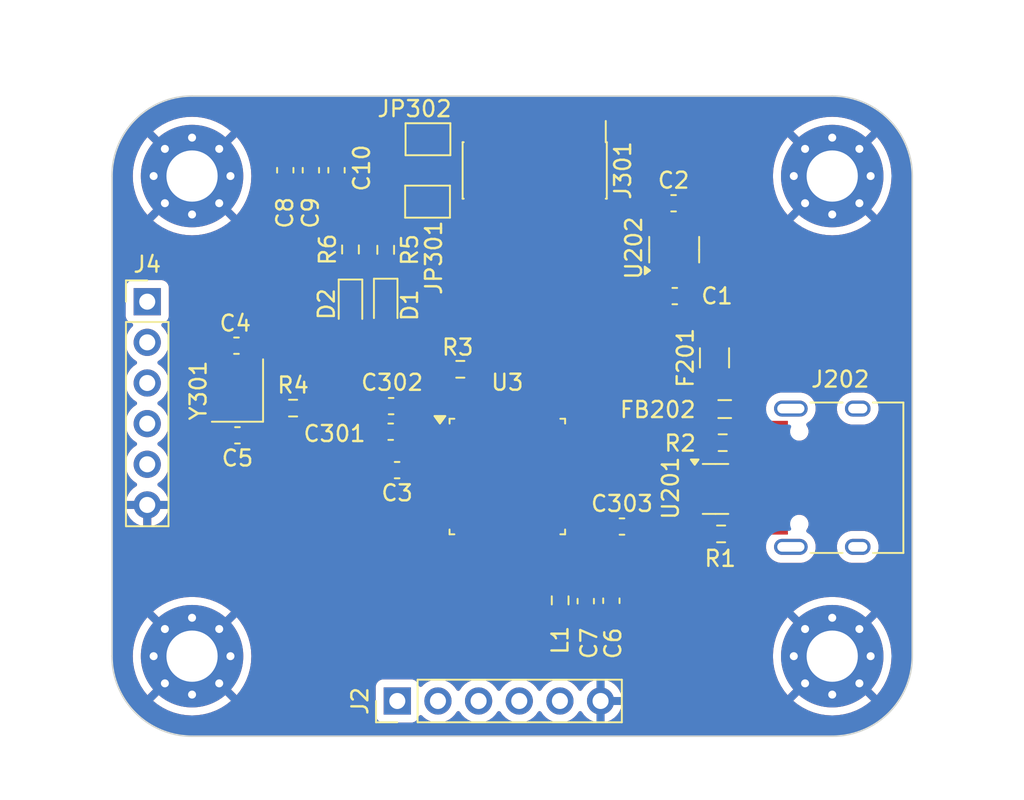
<source format=kicad_pcb>
(kicad_pcb (version 20240108) (generator "pcbnew") (generator_version "8.0")
  (title_block (title "tutu_usb-c") (date "2024-09-18") (rev "kicad 7.0") (company "ENSEA"))
  (layers (0 "F.Cu" signal) (1 "In1.Cu" signal) (2 "In2.Cu" signal) (31 "B.Cu" signal) (34 "B.Paste" user) (35 "F.Paste" user) (36 "B.SilkS" user "B.Silkscreen") (37 "F.SilkS" user "F.Silkscreen") (38 "B.Mask" user) (39 "F.Mask" user) (44 "Edge.Cuts" user))
  (net 0 "")
  (net 1 "+3.3V")
  (net 2 "GND")
  (net 3 "NRST")
  (net 4 "Net-(U3-PFO-OSC_IN)")
  (net 5 "Net-(C5-Pad1)")
  (net 6 "+3.3VA")
  (net 7 "Net-(D1-K)")
  (net 8 "Net-(D2-K)")
  (net 9 "STATUS_LED")
  (net 10 "Net-(F201-Pad1)")
  (net 11 "+5V")
  (net 12 "VBUS")
  (net 13 "CC1")
  (net 14 "D+")
  (net 15 "D-")
  (net 17 "CC2")
  (net 20 "PA4")
  (net 21 "PA5")
  (net 22 "PA6")
  (net 23 "PA7")
  (net 24 "PA0")
  (net 25 "Net-(J301-VCP_TX)")
  (net 26 "VCP_TX")
  (net 27 "VCP_RX")
  (net 28 "Net-(J301-VCP_RX)")
  (net 29 "Net-(U3-PB8-BOOT)")
  (net 30 "Net-(U3-PFO-OSC_OUT)")
  (net 31 "STM_D+")
  (net 32 "STM_D-")
  (net 34 "PA1")
  (net 35 "PA2")
  (net 36 "PA3")
  (net 39 "SWDIO")
  (net 40 "SWCLK")
  (net 42 "SWO")
  (footprint "Capacitor_SMD:C_0603_1608Metric_Pad1.08x0.95mm_HandSolder" (layer "F.Cu") (at 107.425 49.6375 90)
    (property "Reference" "C9" (at -2.6625 -0.025 90) (layer "F.SilkS"))
    (property "Value" "100nF")
    (fp_line (start -0.146267 -0.51) (end 0.146267 -0.51) (stroke (width 0.12)) (layer "F.SilkS"))
    (fp_line (start -0.146267 0.51) (end 0.146267 0.51) (stroke (width 0.12)) (layer "F.SilkS"))
    (pad "1" smd roundrect (at -0.8625 0 90) (size 1.075 0.95) (layers "F.Cu" "F.Paste" "F.Mask") (net 1 "+3.3V"))
    (pad "2" smd roundrect (at 0.8625 0 90) (size 1.075 0.95) (layers "F.Cu" "F.Paste" "F.Mask") (net 2 "GND"))
  )
  (footprint "Resistor_SMD:R_0603_1608Metric_Pad0.98x0.95mm_HandSolder" (layer "F.Cu") (at 133.1575 66.66 180)
    (property "Reference" "R2" (at 2.6575 -0.04 360) (layer "F.SilkS"))
    (property "Value" "5.1k")
    (fp_line (start -0.254724 0.5225) (end 0.254724 0.5225) (stroke (width 0.12)) (layer "F.SilkS"))
    (fp_line (start -0.254724 -0.5225) (end 0.254724 -0.5225) (stroke (width 0.12)) (layer "F.SilkS"))
    (pad "1" smd roundrect (at -0.9125 0 180) (size 0.975 0.95) (layers "F.Cu" "F.Paste" "F.Mask") (net 17 "CC2"))
    (pad "2" smd roundrect (at 0.9125 0 180) (size 0.975 0.95) (layers "F.Cu" "F.Paste" "F.Mask") (net 2 "GND"))
  )
  (footprint "MountingHole:MountingHole_3.2mm_M3_Pad_Via" (layer "F.Cu") (at 100 50)
    (property "Reference" "H101" (hide yes))
    (property "Value" "MountingHole_Pad" (hide yes))
    (pad "1" thru_hole circle (at -2.4 0) (size 0.8 0.8) (drill 0.5) (layers "*.Cu" "*.Mask") (net 2 "GND"))
    (pad "1" thru_hole circle (at -1.697056 -1.697056) (size 0.8 0.8) (drill 0.5) (layers "*.Cu" "*.Mask") (net 2 "GND"))
    (pad "1" thru_hole circle (at -1.697056 1.697056) (size 0.8 0.8) (drill 0.5) (layers "*.Cu" "*.Mask") (net 2 "GND"))
    (pad "1" thru_hole circle (at 0 -2.4) (size 0.8 0.8) (drill 0.5) (layers "*.Cu" "*.Mask") (net 2 "GND"))
    (pad "1" thru_hole circle (at 0 0) (size 6.4 6.4) (drill 3.2) (layers "*.Cu" "*.Mask") (net 2 "GND"))
    (pad "1" thru_hole circle (at 0 2.4) (size 0.8 0.8) (drill 0.5) (layers "*.Cu" "*.Mask") (net 2 "GND"))
    (pad "1" thru_hole circle (at 1.697056 -1.697056) (size 0.8 0.8) (drill 0.5) (layers "*.Cu" "*.Mask") (net 2 "GND"))
    (pad "1" thru_hole circle (at 1.697056 1.697056) (size 0.8 0.8) (drill 0.5) (layers "*.Cu" "*.Mask") (net 2 "GND"))
    (pad "1" thru_hole circle (at 2.4 0) (size 0.8 0.8) (drill 0.5) (layers "*.Cu" "*.Mask") (net 2 "GND"))
  )
  (footprint "Package_QFP:LQFP-32_7x7mm_P0.8mm" (layer "F.Cu") (at 119.7 68.775)
    (property "Reference" "U3" (at 0 -5.88 360) (layer "F.SilkS"))
    (property "Value" "STM32G431KBT6")
    (fp_line (start -3.61 -3.61) (end -3.61 -3.31) (stroke (width 0.12)) (layer "F.SilkS"))
    (fp_line (start -3.61 3.61) (end -3.61 3.31) (stroke (width 0.12)) (layer "F.SilkS"))
    (fp_line (start -3.31 -3.61) (end -3.61 -3.61) (stroke (width 0.12)) (layer "F.SilkS"))
    (fp_line (start -3.31 3.61) (end -3.61 3.61) (stroke (width 0.12)) (layer "F.SilkS"))
    (fp_line (start 3.31 -3.61) (end 3.61 -3.61) (stroke (width 0.12)) (layer "F.SilkS"))
    (fp_line (start 3.31 3.61) (end 3.61 3.61) (stroke (width 0.12)) (layer "F.SilkS"))
    (fp_line (start 3.61 -3.61) (end 3.61 -3.31) (stroke (width 0.12)) (layer "F.SilkS"))
    (fp_line (start 3.61 3.61) (end 3.61 3.31) (stroke (width 0.12)) (layer "F.SilkS"))
    (fp_poly (pts (xy -4.2125 -3.31) (xy -4.5525 -3.78) (xy -3.8725 -3.78) (xy -4.2125 -3.31)) (stroke (width 0.12)) (fill solid) (layer "F.SilkS"))
    (pad "1" smd roundrect (at -4.175 -2.8) (size 1.5 0.5) (layers "F.Cu" "F.Paste" "F.Mask") (net 1 "+3.3V"))
    (pad "2" smd roundrect (at -4.175 -2) (size 1.5 0.5) (layers "F.Cu" "F.Paste" "F.Mask") (net 4 "Net-(U3-PFO-OSC_IN)"))
    (pad "3" smd roundrect (at -4.175 -1.2) (size 1.5 0.5) (layers "F.Cu" "F.Paste" "F.Mask") (net 30 "Net-(U3-PFO-OSC_OUT)"))
    (pad "4" smd roundrect (at -4.175 -0.4) (size 1.5 0.5) (layers "F.Cu" "F.Paste" "F.Mask") (net 3 "NRST"))
    (pad "5" smd roundrect (at -4.175 0.4) (size 1.5 0.5) (layers "F.Cu" "F.Paste" "F.Mask") (net 24 "PA0"))
    (pad "6" smd roundrect (at -4.175 1.2) (size 1.5 0.5) (layers "F.Cu" "F.Paste" "F.Mask") (net 34 "PA1"))
    (pad "7" smd roundrect (at -4.175 2) (size 1.5 0.5) (layers "F.Cu" "F.Paste" "F.Mask") (net 35 "PA2"))
    (pad "8" smd roundrect (at -4.175 2.8) (size 1.5 0.5) (layers "F.Cu" "F.Paste" "F.Mask") (net 36 "PA3"))
    (pad "9" smd roundrect (at -2.8 4.175) (size 0.5 1.5) (layers "F.Cu" "F.Paste" "F.Mask") (net 20 "PA4"))
    (pad "10" smd roundrect (at -2 4.175) (size 0.5 1.5) (layers "F.Cu" "F.Paste" "F.Mask") (net 21 "PA5"))
    (pad "11" smd roundrect (at -1.2 4.175) (size 0.5 1.5) (layers "F.Cu" "F.Paste" "F.Mask") (net 22 "PA6"))
    (pad "12" smd roundrect (at -0.4 4.175) (size 0.5 1.5) (layers "F.Cu" "F.Paste" "F.Mask") (net 23 "PA7"))
    (pad "13" smd roundrect (at 0.4 4.175) (size 0.5 1.5) (layers "F.Cu" "F.Paste" "F.Mask"))
    (pad "14" smd roundrect (at 1.2 4.175) (size 0.5 1.5) (layers "F.Cu" "F.Paste" "F.Mask") (net 2 "GND"))
    (pad "15" smd roundrect (at 2 4.175) (size 0.5 1.5) (layers "F.Cu" "F.Paste" "F.Mask") (net 6 "+3.3VA"))
    (pad "16" smd roundrect (at 2.8 4.175) (size 0.5 1.5) (layers "F.Cu" "F.Paste" "F.Mask") (net 2 "GND"))
    (pad "17" smd roundrect (at 4.175 2.8) (size 1.5 0.5) (layers "F.Cu" "F.Paste" "F.Mask") (net 1 "+3.3V"))
    (pad "18" smd roundrect (at 4.175 2) (size 1.5 0.5) (layers "F.Cu" "F.Paste" "F.Mask") (net 27 "VCP_RX"))
    (pad "19" smd roundrect (at 4.175 1.2) (size 1.5 0.5) (layers "F.Cu" "F.Paste" "F.Mask") (net 26 "VCP_TX"))
    (pad "20" smd roundrect (at 4.175 0.4) (size 1.5 0.5) (layers "F.Cu" "F.Paste" "F.Mask"))
    (pad "21" smd roundrect (at 4.175 -0.4) (size 1.5 0.5) (layers "F.Cu" "F.Paste" "F.Mask") (net 32 "STM_D-"))
    (pad "22" smd roundrect (at 4.175 -1.2) (size 1.5 0.5) (layers "F.Cu" "F.Paste" "F.Mask") (net 31 "STM_D+"))
    (pad "23" smd roundrect (at 4.175 -2) (size 1.5 0.5) (layers "F.Cu" "F.Paste" "F.Mask") (net 39 "SWDIO"))
    (pad "24" smd roundrect (at 4.175 -2.8) (size 1.5 0.5) (layers "F.Cu" "F.Paste" "F.Mask") (net 40 "SWCLK"))
    (pad "25" smd roundrect (at 2.8 -4.175) (size 0.5 1.5) (layers "F.Cu" "F.Paste" "F.Mask"))
    (pad "26" smd roundrect (at 2 -4.175) (size 0.5 1.5) (layers "F.Cu" "F.Paste" "F.Mask") (net 42 "SWO"))
    (pad "27" smd roundrect (at 1.2 -4.175) (size 0.5 1.5) (layers "F.Cu" "F.Paste" "F.Mask"))
    (pad "28" smd roundrect (at 0.4 -4.175) (size 0.5 1.5) (layers "F.Cu" "F.Paste" "F.Mask"))
    (pad "29" smd roundrect (at -0.4 -4.175) (size 0.5 1.5) (layers "F.Cu" "F.Paste" "F.Mask"))
    (pad "30" smd roundrect (at -1.2 -4.175) (size 0.5 1.5) (layers "F.Cu" "F.Paste" "F.Mask") (net 9 "STATUS_LED"))
    (pad "31" smd roundrect (at -2 -4.175) (size 0.5 1.5) (layers "F.Cu" "F.Paste" "F.Mask") (net 29 "Net-(U3-PB8-BOOT)"))
    (pad "32" smd roundrect (at -2.8 -4.175) (size 0.5 1.5) (layers "F.Cu" "F.Paste" "F.Mask") (net 2 "GND"))
  )
  (footprint "MountingHole:MountingHole_3.2mm_M3_Pad_Via" (layer "F.Cu") (at 140 80)
    (property "Reference" "H103" (hide yes))
    (property "Value" "MountingHole_Pad" (hide yes))
    (pad "1" thru_hole circle (at -2.4 0) (size 0.8 0.8) (drill 0.5) (layers "*.Cu" "*.Mask") (net 2 "GND"))
    (pad "1" thru_hole circle (at -1.697056 -1.697056) (size 0.8 0.8) (drill 0.5) (layers "*.Cu" "*.Mask") (net 2 "GND"))
    (pad "1" thru_hole circle (at -1.697056 1.697056) (size 0.8 0.8) (drill 0.5) (layers "*.Cu" "*.Mask") (net 2 "GND"))
    (pad "1" thru_hole circle (at 0 -2.4) (size 0.8 0.8) (drill 0.5) (layers "*.Cu" "*.Mask") (net 2 "GND"))
    (pad "1" thru_hole circle (at 0 0) (size 6.4 6.4) (drill 3.2) (layers "*.Cu" "*.Mask") (net 2 "GND"))
    (pad "1" thru_hole circle (at 0 2.4) (size 0.8 0.8) (drill 0.5) (layers "*.Cu" "*.Mask") (net 2 "GND"))
    (pad "1" thru_hole circle (at 1.697056 -1.697056) (size 0.8 0.8) (drill 0.5) (layers "*.Cu" "*.Mask") (net 2 "GND"))
    (pad "1" thru_hole circle (at 1.697056 1.697056) (size 0.8 0.8) (drill 0.5) (layers "*.Cu" "*.Mask") (net 2 "GND"))
    (pad "1" thru_hole circle (at 2.4 0) (size 0.8 0.8) (drill 0.5) (layers "*.Cu" "*.Mask") (net 2 "GND"))
  )
  (footprint "Fuse:Fuse_1206_3216Metric" (layer "F.Cu") (at 132.645 61.36 90)
    (property "Reference" "F201" (at 0 -1.82 90) (layer "F.SilkS"))
    (property "Value" "250mA")
    (fp_line (start -0.602064 -0.91) (end 0.602064 -0.91) (stroke (width 0.12)) (layer "F.SilkS"))
    (fp_line (start -0.602064 0.91) (end 0.602064 0.91) (stroke (width 0.12)) (layer "F.SilkS"))
    (pad "1" smd roundrect (at -1.4 0 90) (size 1.25 1.75) (layers "F.Cu" "F.Paste" "F.Mask") (roundrect_rratio 0.2) (net 10 "Net-(F201-Pad1)"))
    (pad "2" smd roundrect (at 1.4 0 90) (size 1.25 1.75) (layers "F.Cu" "F.Paste" "F.Mask") (roundrect_rratio 0.2) (net 11 "+5V"))
  )
  (footprint "Inductor_SMD:L_0805_2012Metric" (layer "F.Cu") (at 133.2825 64.56 180)
    (property "Reference" "FB202" (at 4.1825 -0.04 360) (layer "F.SilkS"))
    (property "Value" "600 @ 100MHz")
    (fp_line (start -0.399622 0.56) (end 0.399622 0.56) (stroke (width 0.12)) (layer "F.SilkS"))
    (fp_line (start -0.399622 -0.56) (end 0.399622 -0.56) (stroke (width 0.12)) (layer "F.SilkS"))
    (pad "1" smd roundrect (at -1.0625 0 180) (size 0.875 1.2) (layers "F.Cu" "F.Paste" "F.Mask") (net 12 "VBUS"))
    (pad "2" smd roundrect (at 1.0625 0 180) (size 0.875 1.2) (layers "F.Cu" "F.Paste" "F.Mask") (net 10 "Net-(F201-Pad1)"))
  )
  (footprint "Capacitor_SMD:C_0603_1608Metric_Pad1.08x0.95mm_HandSolder" (layer "F.Cu") (at 112.4125 65.975 180)
    (property "Reference" "C301" (at 3.5125 -0.125 360) (layer "F.SilkS"))
    (property "Value" "100nF")
    (fp_line (start -0.146267 0.51) (end 0.146267 0.51) (stroke (width 0.12)) (layer "F.SilkS"))
    (fp_line (start -0.146267 -0.51) (end 0.146267 -0.51) (stroke (width 0.12)) (layer "F.SilkS"))
    (pad "1" smd roundrect (at -0.8625 0 180) (size 1.075 0.95) (layers "F.Cu" "F.Paste" "F.Mask") (net 1 "+3.3V"))
    (pad "2" smd roundrect (at 0.8625 0 180) (size 1.075 0.95) (layers "F.Cu" "F.Paste" "F.Mask") (net 2 "GND"))
  )
  (footprint "Package_TO_SOT_SMD:SOT-23-5" (layer "F.Cu") (at 130.125 54.6 90)
    (property "Reference" "U202" (at 0.1 -2.525 90) (layer "F.SilkS"))
    (property "Value" "MCP1802x-xx02xOT")
    (fp_line (start 0 -1.56) (end 0.8 -1.56) (stroke (width 0.12)) (layer "F.SilkS"))
    (fp_line (start 0 -1.56) (end -0.8 -1.56) (stroke (width 0.12)) (layer "F.SilkS"))
    (fp_line (start 0 1.56) (end 0.8 1.56) (stroke (width 0.12)) (layer "F.SilkS"))
    (fp_line (start 0 1.56) (end -0.8 1.56) (stroke (width 0.12)) (layer "F.SilkS"))
    (fp_poly (pts (xy -1.3 -1.51) (xy -1.54 -1.84) (xy -1.06 -1.84) (xy -1.3 -1.51)) (stroke (width 0.12)) (fill solid) (layer "F.SilkS"))
    (pad "1" smd roundrect (at -1.1375 -0.95 90) (size 1.325 0.6) (layers "F.Cu" "F.Paste" "F.Mask") (net 11 "+5V"))
    (pad "2" smd roundrect (at -1.1375 0 90) (size 1.325 0.6) (layers "F.Cu" "F.Paste" "F.Mask") (net 2 "GND"))
    (pad "3" smd roundrect (at -1.1375 0.95 90) (size 1.325 0.6) (layers "F.Cu" "F.Paste" "F.Mask") (net 11 "+5V"))
    (pad "4" smd roundrect (at 1.1375 0.95 90) (size 1.325 0.6) (layers "F.Cu" "F.Paste" "F.Mask"))
    (pad "5" smd roundrect (at 1.1375 -0.95 90) (size 1.325 0.6) (layers "F.Cu" "F.Paste" "F.Mask") (net 1 "+3.3V"))
  )
  (footprint "Resistor_SMD:R_0603_1608Metric_Pad0.98x0.95mm_HandSolder" (layer "F.Cu") (at 112.1 54.61 90)
    (property "Reference" "R5" (at 0 1.5 90) (layer "F.SilkS"))
    (property "Value" "1k")
    (fp_line (start -0.254724 -0.5225) (end 0.254724 -0.5225) (stroke (width 0.12)) (layer "F.SilkS"))
    (fp_line (start -0.254724 0.5225) (end 0.254724 0.5225) (stroke (width 0.12)) (layer "F.SilkS"))
    (pad "1" smd roundrect (at -0.9125 0 90) (size 0.975 0.95) (layers "F.Cu" "F.Paste" "F.Mask") (net 7 "Net-(D1-K)"))
    (pad "2" smd roundrect (at 0.9125 0 90) (size 0.975 0.95) (layers "F.Cu" "F.Paste" "F.Mask") (net 2 "GND"))
  )
  (footprint "Capacitor_SMD:C_0603_1608Metric_Pad1.08x0.95mm_HandSolder" (layer "F.Cu") (at 112.8125 68.375 180)
    (property "Reference" "C3" (at 0 -1.43 360) (layer "F.SilkS"))
    (property "Value" "1uF")
    (fp_line (start -0.146267 0.51) (end 0.146267 0.51) (stroke (width 0.12)) (layer "F.SilkS"))
    (fp_line (start -0.146267 -0.51) (end 0.146267 -0.51) (stroke (width 0.12)) (layer "F.SilkS"))
    (pad "1" smd roundrect (at -0.8625 0 180) (size 1.075 0.95) (layers "F.Cu" "F.Paste" "F.Mask") (net 3 "NRST"))
    (pad "2" smd roundrect (at 0.8625 0 180) (size 1.075 0.95) (layers "F.Cu" "F.Paste" "F.Mask") (net 2 "GND"))
  )
  (footprint "MountingHole:MountingHole_3.2mm_M3_Pad_Via" (layer "F.Cu") (at 100 80)
    (property "Reference" "H104" (hide yes))
    (property "Value" "MountingHole_Pad" (hide yes))
    (pad "1" thru_hole circle (at -2.4 0) (size 0.8 0.8) (drill 0.5) (layers "*.Cu" "*.Mask") (net 2 "GND"))
    (pad "1" thru_hole circle (at -1.697056 -1.697056) (size 0.8 0.8) (drill 0.5) (layers "*.Cu" "*.Mask") (net 2 "GND"))
    (pad "1" thru_hole circle (at -1.697056 1.697056) (size 0.8 0.8) (drill 0.5) (layers "*.Cu" "*.Mask") (net 2 "GND"))
    (pad "1" thru_hole circle (at 0 -2.4) (size 0.8 0.8) (drill 0.5) (layers "*.Cu" "*.Mask") (net 2 "GND"))
    (pad "1" thru_hole circle (at 0 0) (size 6.4 6.4) (drill 3.2) (layers "*.Cu" "*.Mask") (net 2 "GND"))
    (pad "1" thru_hole circle (at 0 2.4) (size 0.8 0.8) (drill 0.5) (layers "*.Cu" "*.Mask") (net 2 "GND"))
    (pad "1" thru_hole circle (at 1.697056 -1.697056) (size 0.8 0.8) (drill 0.5) (layers "*.Cu" "*.Mask") (net 2 "GND"))
    (pad "1" thru_hole circle (at 1.697056 1.697056) (size 0.8 0.8) (drill 0.5) (layers "*.Cu" "*.Mask") (net 2 "GND"))
    (pad "1" thru_hole circle (at 2.4 0) (size 0.8 0.8) (drill 0.5) (layers "*.Cu" "*.Mask") (net 2 "GND"))
  )
  (footprint "LED_SMD:LED_0603_1608Metric_Pad1.05x0.95mm_HandSolder" (layer "F.Cu") (at 109.9 58.125 -90)
    (property "Reference" "D2" (at -0.125 1.5 90) (layer "F.SilkS"))
    (property "Value" "RED")
    (fp_line (start -1.66 0.735) (end 0.8 0.735) (stroke (width 0.12)) (layer "F.SilkS"))
    (fp_line (start -1.66 -0.735) (end -1.66 0.735) (stroke (width 0.12)) (layer "F.SilkS"))
    (fp_line (start 0.8 -0.735) (end -1.66 -0.735) (stroke (width 0.12)) (layer "F.SilkS"))
    (pad "1" smd roundrect (at -0.875 0 270) (size 1.05 0.95) (layers "F.Cu" "F.Paste" "F.Mask") (net 8 "Net-(D2-K)"))
    (pad "2" smd roundrect (at 0.875 0 270) (size 1.05 0.95) (layers "F.Cu" "F.Paste" "F.Mask") (net 9 "STATUS_LED"))
  )
  (footprint "Connector_PinHeader_2.54mm:PinHeader_1x06_P2.54mm_Vertical" (layer "F.Cu") (at 112.825 82.8 90)
    (property "Reference" "J2" (at 0 -2.33 90) (layer "F.SilkS"))
    (property "Value" "Conn_01x06")
    (fp_line (start -1.33 -1.33) (end 0 -1.33) (stroke (width 0.12)) (layer "F.SilkS"))
    (fp_line (start -1.33 0) (end -1.33 -1.33) (stroke (width 0.12)) (layer "F.SilkS"))
    (fp_line (start 1.33 1.27) (end 1.33 14.03) (stroke (width 0.12)) (layer "F.SilkS"))
    (fp_line (start -1.33 1.27) (end 1.33 1.27) (stroke (width 0.12)) (layer "F.SilkS"))
    (fp_line (start -1.33 1.27) (end -1.33 14.03) (stroke (width 0.12)) (layer "F.SilkS"))
    (fp_line (start -1.33 14.03) (end 1.33 14.03) (stroke (width 0.12)) (layer "F.SilkS"))
    (pad "1" thru_hole rect (at 0 0 90) (size 1.7 1.7) (drill 1) (layers "*.Cu" "*.Mask") (net 1 "+3.3V"))
    (pad "2" thru_hole oval (at 0 2.54 90) (size 1.7 1.7) (drill 1) (layers "*.Cu" "*.Mask") (net 20 "PA4"))
    (pad "3" thru_hole oval (at 0 5.08 90) (size 1.7 1.7) (drill 1) (layers "*.Cu" "*.Mask") (net 21 "PA5"))
    (pad "4" thru_hole oval (at 0 7.62 90) (size 1.7 1.7) (drill 1) (layers "*.Cu" "*.Mask") (net 22 "PA6"))
    (pad "5" thru_hole oval (at 0 10.16 90) (size 1.7 1.7) (drill 1) (layers "*.Cu" "*.Mask") (net 23 "PA7"))
    (pad "6" thru_hole oval (at 0 12.7 90) (size 1.7 1.7) (drill 1) (layers "*.Cu" "*.Mask") (net 2 "GND"))
  )
  (footprint "Connector_PinHeader_2.54mm:PinHeader_1x06_P2.54mm_Vertical" (layer "F.Cu") (at 97.2 57.85)
    (property "Reference" "J4" (at 0 -2.33 360) (layer "F.SilkS"))
    (property "Value" "Conn_01x06")
    (fp_line (start -1.33 -1.33) (end 0 -1.33) (stroke (width 0.12)) (layer "F.SilkS"))
    (fp_line (start -1.33 0) (end -1.33 -1.33) (stroke (width 0.12)) (layer "F.SilkS"))
    (fp_line (start -1.33 1.27) (end -1.33 14.03) (stroke (width 0.12)) (layer "F.SilkS"))
    (fp_line (start -1.33 1.27) (end 1.33 1.27) (stroke (width 0.12)) (layer "F.SilkS"))
    (fp_line (start -1.33 14.03) (end 1.33 14.03) (stroke (width 0.12)) (layer "F.SilkS"))
    (fp_line (start 1.33 1.27) (end 1.33 14.03) (stroke (width 0.12)) (layer "F.SilkS"))
    (pad "1" thru_hole rect (at 0 0) (size 1.7 1.7) (drill 1) (layers "*.Cu" "*.Mask") (net 1 "+3.3V"))
    (pad "2" thru_hole oval (at 0 2.54) (size 1.7 1.7) (drill 1) (layers "*.Cu" "*.Mask") (net 24 "PA0"))
    (pad "3" thru_hole oval (at 0 5.08) (size 1.7 1.7) (drill 1) (layers "*.Cu" "*.Mask") (net 34 "PA1"))
    (pad "4" thru_hole oval (at 0 7.62) (size 1.7 1.7) (drill 1) (layers "*.Cu" "*.Mask") (net 35 "PA2"))
    (pad "5" thru_hole oval (at 0 10.16) (size 1.7 1.7) (drill 1) (layers "*.Cu" "*.Mask") (net 36 "PA3"))
    (pad "6" thru_hole oval (at 0 12.7) (size 1.7 1.7) (drill 1) (layers "*.Cu" "*.Mask") (net 2 "GND"))
  )
  (footprint "LED_SMD:LED_0603_1608Metric_Pad1.05x0.95mm_HandSolder" (layer "F.Cu") (at 112.1 58.075 -90)
    (property "Reference" "D1" (at 0 -1.5 90) (layer "F.SilkS"))
    (property "Value" "GREEN")
    (fp_line (start -1.66 0.735) (end 0.8 0.735) (stroke (width 0.12)) (layer "F.SilkS"))
    (fp_line (start -1.66 -0.735) (end -1.66 0.735) (stroke (width 0.12)) (layer "F.SilkS"))
    (fp_line (start 0.8 -0.735) (end -1.66 -0.735) (stroke (width 0.12)) (layer "F.SilkS"))
    (pad "1" smd roundrect (at -0.875 0 270) (size 1.05 0.95) (layers "F.Cu" "F.Paste" "F.Mask") (net 7 "Net-(D1-K)"))
    (pad "2" smd roundrect (at 0.875 0 270) (size 1.05 0.95) (layers "F.Cu" "F.Paste" "F.Mask") (net 1 "+3.3V"))
  )
  (footprint "Resistor_SMD:R_0603_1608Metric_Pad0.98x0.95mm_HandSolder" (layer "F.Cu") (at 106.3125 64.5)
    (property "Reference" "R4" (at 0 -1.43 360) (layer "F.SilkS"))
    (property "Value" "10R")
    (fp_line (start -0.254724 -0.5225) (end 0.254724 -0.5225) (stroke (width 0.12)) (layer "F.SilkS"))
    (fp_line (start -0.254724 0.5225) (end 0.254724 0.5225) (stroke (width 0.12)) (layer "F.SilkS"))
    (pad "1" smd roundrect (at -0.9125 0) (size 0.975 0.95) (layers "F.Cu" "F.Paste" "F.Mask") (net 5 "Net-(C5-Pad1)"))
    (pad "2" smd roundrect (at 0.9125 0) (size 0.975 0.95) (layers "F.Cu" "F.Paste" "F.Mask") (net 30 "Net-(U3-PFO-OSC_OUT)"))
  )
  (footprint "Connector_USB:USB_C_Receptacle_HRO_TYPE-C-31-M-12" (layer "F.Cu") (at 140.545 68.85 90)
    (property "Reference" "J202" (at 6.15 -0.045 180) (layer "F.SilkS"))
    (property "Value" "USB_C_Receptacle_USB2.0_16P")
    (fp_line (start 4.7 -1.9) (end 4.7 0.1) (stroke (width 0.12)) (layer "F.SilkS"))
    (fp_line (start -4.7 -1.9) (end -4.7 0.1) (stroke (width 0.12)) (layer "F.SilkS"))
    (fp_line (start 4.7 2) (end 4.7 3.9) (stroke (width 0.12)) (layer "F.SilkS"))
    (fp_line (start -4.7 2) (end -4.7 3.9) (stroke (width 0.12)) (layer "F.SilkS"))
    (fp_line (start -4.7 3.9) (end 4.7 3.9) (stroke (width 0.12)) (layer "F.SilkS"))
    (pad "" np_thru_hole circle (at -2.89 -2.6 90) (size 0.65 0.65) (drill 0.65) (layers "*.Cu" "*.Mask"))
    (pad "" np_thru_hole circle (at 2.89 -2.6 90) (size 0.65 0.65) (drill 0.65) (layers "*.Cu" "*.Mask"))
    (pad "A1" smd rect (at -3.25 -4.045 90) (size 0.6 1.45) (layers "F.Cu" "F.Paste" "F.Mask") (net 2 "GND"))
    (pad "A4" smd rect (at -2.45 -4.045 90) (size 0.6 1.45) (layers "F.Cu" "F.Paste" "F.Mask") (net 12 "VBUS"))
    (pad "A5" smd rect (at -1.25 -4.045 90) (size 0.3 1.45) (layers "F.Cu" "F.Paste" "F.Mask") (net 13 "CC1"))
    (pad "A6" smd rect (at -0.25 -4.045 90) (size 0.3 1.45) (layers "F.Cu" "F.Paste" "F.Mask") (net 14 "D+"))
    (pad "A7" smd rect (at 0.25 -4.045 90) (size 0.3 1.45) (layers "F.Cu" "F.Paste" "F.Mask") (net 15 "D-"))
    (pad "A8" smd rect (at 1.25 -4.045 90) (size 0.3 1.45) (layers "F.Cu" "F.Paste" "F.Mask"))
    (pad "A9" smd rect (at 2.45 -4.045 90) (size 0.6 1.45) (layers "F.Cu" "F.Paste" "F.Mask") (net 12 "VBUS"))
    (pad "A12" smd rect (at 3.25 -4.045 90) (size 0.6 1.45) (layers "F.Cu" "F.Paste" "F.Mask") (net 2 "GND"))
    (pad "B1" smd rect (at 3.25 -4.045 90) (size 0.6 1.45) (layers "F.Cu" "F.Paste" "F.Mask") (net 2 "GND"))
    (pad "B4" smd rect (at 2.45 -4.045 90) (size 0.6 1.45) (layers "F.Cu" "F.Paste" "F.Mask") (net 12 "VBUS"))
    (pad "B5" smd rect (at 1.75 -4.045 90) (size 0.3 1.45) (layers "F.Cu" "F.Paste" "F.Mask") (net 17 "CC2"))
    (pad "B6" smd rect (at 0.75 -4.045 90) (size 0.3 1.45) (layers "F.Cu" "F.Paste" "F.Mask") (net 14 "D+"))
    (pad "B7" smd rect (at -0.75 -4.045 90) (size 0.3 1.45) (layers "F.Cu" "F.Paste" "F.Mask") (net 15 "D-"))
    (pad "B8" smd rect (at -1.75 -4.045 90) (size 0.3 1.45) (layers "F.Cu" "F.Paste" "F.Mask"))
    (pad "B9" smd rect (at -2.45 -4.045 90) (size 0.6 1.45) (layers "F.Cu" "F.Paste" "F.Mask") (net 12 "VBUS"))
    (pad "B12" smd rect (at -3.25 -4.045 90) (size 0.6 1.45) (layers "F.Cu" "F.Paste" "F.Mask") (net 2 "GND"))
    (pad "S1" thru_hole oval (at -4.32 -3.13 90) (size 1 2.1) (drill oval 0.6 1.7) (layers "*.Cu" "*.Mask"))
    (pad "S1" thru_hole oval (at -4.32 1.05 90) (size 1 1.6) (drill oval 0.6 1.2) (layers "*.Cu" "*.Mask"))
    (pad "S1" thru_hole oval (at 4.32 -3.13 90) (size 1 2.1) (drill oval 0.6 1.7) (layers "*.Cu" "*.Mask"))
    (pad "S1" thru_hole oval (at 4.32 1.05 90) (size 1 1.6) (drill oval 0.6 1.2) (layers "*.Cu" "*.Mask"))
  )
  (footprint "Connector_PinHeader_1.27mm:PinHeader_2x07_P1.27mm_Vertical_SMD" (layer "F.Cu") (at 121.41 49.65 -90)
    (property "Reference" "J301" (at 0 -5.505 90) (layer "F.SilkS"))
    (property "Value" "Conn_ST_STDC14")
    (fp_line (start -1.765 4.505) (end 1.765 4.505) (stroke (width 0.12)) (layer "F.SilkS"))
    (fp_line (start -1.765 4.44) (end -1.765 4.505) (stroke (width 0.12)) (layer "F.SilkS"))
    (fp_line (start 1.765 4.44) (end 1.765 4.505) (stroke (width 0.12)) (layer "F.SilkS"))
    (fp_line (start -3.09 -4.44) (end -1.765 -4.44) (stroke (width 0.12)) (layer "F.SilkS"))
    (fp_line (start -1.765 -4.505) (end -1.765 -4.44) (stroke (width 0.12)) (layer "F.SilkS"))
    (fp_line (start -1.765 -4.505) (end 1.765 -4.505) (stroke (width 0.12)) (layer "F.SilkS"))
    (fp_line (start 1.765 -4.505) (end 1.765 -4.44) (stroke (width 0.12)) (layer "F.SilkS"))
    (pad "1" smd rect (at -1.95 -3.81 270) (size 2.4 0.74) (layers "F.Cu" "F.Paste" "F.Mask"))
    (pad "2" smd rect (at 1.95 -3.81 270) (size 2.4 0.74) (layers "F.Cu" "F.Paste" "F.Mask"))
    (pad "3" smd rect (at -1.95 -2.54 270) (size 2.4 0.74) (layers "F.Cu" "F.Paste" "F.Mask") (net 1 "+3.3V"))
    (pad "4" smd rect (at 1.95 -2.54 270) (size 2.4 0.74) (layers "F.Cu" "F.Paste" "F.Mask") (net 39 "SWDIO"))
    (pad "5" smd rect (at -1.95 -1.27 270) (size 2.4 0.74) (layers "F.Cu" "F.Paste" "F.Mask") (net 2 "GND"))
    (pad "6" smd rect (at 1.95 -1.27 270) (size 2.4 0.74) (layers "F.Cu" "F.Paste" "F.Mask") (net 40 "SWCLK"))
    (pad "7" smd rect (at -1.95 0 270) (size 2.4 0.74) (layers "F.Cu" "F.Paste" "F.Mask") (net 2 "GND"))
    (pad "8" smd rect (at 1.95 0 270) (size 2.4 0.74) (layers "F.Cu" "F.Paste" "F.Mask") (net 42 "SWO"))
    (pad "9" smd rect (at -1.95 1.27 270) (size 2.4 0.74) (layers "F.Cu" "F.Paste" "F.Mask"))
    (pad "10" smd rect (at 1.95 1.27 270) (size 2.4 0.74) (layers "F.Cu" "F.Paste" "F.Mask"))
    (pad "11" smd rect (at -1.95 2.54 270) (size 2.4 0.74) (layers "F.Cu" "F.Paste" "F.Mask") (net 2 "GND"))
    (pad "12" smd rect (at 1.95 2.54 270) (size 2.4 0.74) (layers "F.Cu" "F.Paste" "F.Mask") (net 3 "NRST"))
    (pad "13" smd rect (at -1.95 3.81 270) (size 2.4 0.74) (layers "F.Cu" "F.Paste" "F.Mask") (net 28 "Net-(J301-VCP_RX)"))
    (pad "14" smd rect (at 1.95 3.81 270) (size 2.4 0.74) (layers "F.Cu" "F.Paste" "F.Mask") (net 25 "Net-(J301-VCP_TX)"))
  )
  (footprint "Jumper:SolderJumper-2_P1.3mm_Open_TrianglePad1.0x1.5mm" (layer "F.Cu") (at 114.74 47.7)
    (property "Reference" "JP302" (at -0.84 -1.9 360) (layer "F.SilkS"))
    (property "Value" "SolderJumper_2_Open")
    (fp_line (start -1.4 -1) (end 1.4 -1) (stroke (width 0.12)) (layer "F.SilkS"))
    (fp_line (start -1.4 1) (end -1.4 -1) (stroke (width 0.12)) (layer "F.SilkS"))
    (fp_line (start 1.4 -1) (end 1.4 1) (stroke (width 0.12)) (layer "F.SilkS"))
    (fp_line (start 1.4 1) (end -1.4 1) (stroke (width 0.12)) (layer "F.SilkS"))
    (pad "1" smd custom (at -0.725 0) (size 0.3 0.3) (layers "F.Cu" "F.Mask") (net 27 "VCP_RX") (options (clearance outline) (anchor rect)) (primitives (gr_poly (pts (xy 1 0) (xy 0.5 0.75) (xy -0.5 0.75) (xy -0.5 -0.75) (xy 0.5 -0.75)) (width 0) (fill yes))))
    (pad "2" smd custom (at 0.725 0) (size 0.3 0.3) (layers "F.Cu" "F.Mask") (net 28 "Net-(J301-VCP_RX)") (options (clearance outline) (anchor rect)) (primitives (gr_poly (pts (xy 0.5 0.75) (xy -0.65 0.75) (xy -0.15 0) (xy -0.65 -0.75) (xy 0.5 -0.75)) (width 0) (fill yes))))
  )
  (footprint "Resistor_SMD:R_0603_1608Metric_Pad0.98x0.95mm_HandSolder" (layer "F.Cu") (at 116.7625 62.075 180)
    (property "Reference" "R3" (at 0.1625 1.375 360) (layer "F.SilkS"))
    (property "Value" "R_Small")
    (fp_line (start -0.254724 0.5225) (end 0.254724 0.5225) (stroke (width 0.12)) (layer "F.SilkS"))
    (fp_line (start -0.254724 -0.5225) (end 0.254724 -0.5225) (stroke (width 0.12)) (layer "F.SilkS"))
    (pad "1" smd roundrect (at -0.9125 0 180) (size 0.975 0.95) (layers "F.Cu" "F.Paste" "F.Mask") (net 29 "Net-(U3-PB8-BOOT)"))
    (pad "2" smd roundrect (at 0.9125 0 180) (size 0.975 0.95) (layers "F.Cu" "F.Paste" "F.Mask") (net 2 "GND"))
  )
  (footprint "Capacitor_SMD:C_0603_1608Metric_Pad1.08x0.95mm_HandSolder" (layer "F.Cu") (at 126.2 76.5375 -90)
    (property "Reference" "C6" (at 2.6625 -0.1 90) (layer "F.SilkS"))
    (property "Value" "1uF")
    (fp_line (start -0.146267 0.51) (end 0.146267 0.51) (stroke (width 0.12)) (layer "F.SilkS"))
    (fp_line (start -0.146267 -0.51) (end 0.146267 -0.51) (stroke (width 0.12)) (layer "F.SilkS"))
    (pad "1" smd roundrect (at -0.8625 0 270) (size 1.075 0.95) (layers "F.Cu" "F.Paste" "F.Mask") (net 6 "+3.3VA"))
    (pad "2" smd roundrect (at 0.8625 0 270) (size 1.075 0.95) (layers "F.Cu" "F.Paste" "F.Mask") (net 2 "GND"))
  )
  (footprint "Resistor_SMD:R_0603_1608Metric_Pad0.98x0.95mm_HandSolder" (layer "F.Cu") (at 109.9 54.5875 90)
    (property "Reference" "R6" (at 0 -1.43 90) (layer "F.SilkS"))
    (property "Value" "1k")
    (fp_line (start -0.254724 -0.5225) (end 0.254724 -0.5225) (stroke (width 0.12)) (layer "F.SilkS"))
    (fp_line (start -0.254724 0.5225) (end 0.254724 0.5225) (stroke (width 0.12)) (layer "F.SilkS"))
    (pad "1" smd roundrect (at -0.9125 0 90) (size 0.975 0.95) (layers "F.Cu" "F.Paste" "F.Mask") (net 8 "Net-(D2-K)"))
    (pad "2" smd roundrect (at 0.9125 0 90) (size 0.975 0.95) (layers "F.Cu" "F.Paste" "F.Mask") (net 2 "GND"))
  )
  (footprint "Crystal:Crystal_SMD_EuroQuartz_MT-4Pin_3.2x2.5mm" (layer "F.Cu") (at 102.8375 63.4 90)
    (property "Reference" "Y301" (at 0 -2.45 90) (layer "F.SilkS"))
    (property "Value" "Crystal_GND24_Small")
    (fp_line (start -1.95 -1.6) (end -1.95 1.6) (stroke (width 0.12)) (layer "F.SilkS"))
    (fp_line (start -1.95 1.6) (end 1.95 1.6) (stroke (width 0.12)) (layer "F.SilkS"))
    (pad "1" smd rect (at -1.1 0.9 90) (size 1.3 1) (layers "F.Cu" "F.Paste" "F.Mask") (net 5 "Net-(C5-Pad1)"))
    (pad "2" smd rect (at 1.1 0.9 90) (size 1.3 1) (layers "F.Cu" "F.Paste" "F.Mask") (net 2 "GND"))
    (pad "3" smd rect (at 1.1 -0.9 90) (size 1.3 1) (layers "F.Cu" "F.Paste" "F.Mask") (net 4 "Net-(U3-PFO-OSC_IN)"))
    (pad "4" smd rect (at -1.1 -0.9 90) (size 1.3 1) (layers "F.Cu" "F.Paste" "F.Mask") (net 2 "GND"))
  )
  (footprint "Jumper:SolderJumper-2_P1.3mm_Open_TrianglePad1.0x1.5mm" (layer "F.Cu") (at 114.715 51.6 180)
    (property "Reference" "JP301" (at -0.385 -3.5 90) (layer "F.SilkS"))
    (property "Value" "SolderJumper_2_Open")
    (fp_line (start 1.4 1) (end -1.4 1) (stroke (width 0.12)) (layer "F.SilkS"))
    (fp_line (start 1.4 -1) (end 1.4 1) (stroke (width 0.12)) (layer "F.SilkS"))
    (fp_line (start -1.4 1) (end -1.4 -1) (stroke (width 0.12)) (layer "F.SilkS"))
    (fp_line (start -1.4 -1) (end 1.4 -1) (stroke (width 0.12)) (layer "F.SilkS"))
    (pad "1" smd custom (at -0.725 0 180) (size 0.3 0.3) (layers "F.Cu" "F.Mask") (net 25 "Net-(J301-VCP_TX)") (options (clearance outline) (anchor rect)) (primitives (gr_poly (pts (xy 1 0) (xy 0.5 0.75) (xy -0.5 0.75) (xy -0.5 -0.75) (xy 0.5 -0.75)) (width 0) (fill yes))))
    (pad "2" smd custom (at 0.725 0 180) (size 0.3 0.3) (layers "F.Cu" "F.Mask") (net 26 "VCP_TX") (options (clearance outline) (anchor rect)) (primitives (gr_poly (pts (xy 0.5 0.75) (xy -0.65 0.75) (xy -0.15 0) (xy -0.65 -0.75) (xy 0.5 -0.75)) (width 0) (fill yes))))
  )
  (footprint "Capacitor_SMD:C_0603_1608Metric_Pad1.08x0.95mm_HandSolder" (layer "F.Cu") (at 130.1625 57.5)
    (property "Reference" "C1" (at 2.6375 0 360) (layer "F.SilkS"))
    (property "Value" "1uF")
    (fp_line (start -0.146267 -0.51) (end 0.146267 -0.51) (stroke (width 0.12)) (layer "F.SilkS"))
    (fp_line (start -0.146267 0.51) (end 0.146267 0.51) (stroke (width 0.12)) (layer "F.SilkS"))
    (pad "1" smd roundrect (at -0.8625 0) (size 1.075 0.95) (layers "F.Cu" "F.Paste" "F.Mask") (net 11 "+5V"))
    (pad "2" smd roundrect (at 0.8625 0) (size 1.075 0.95) (layers "F.Cu" "F.Paste" "F.Mask") (net 2 "GND"))
  )
  (footprint "Capacitor_SMD:C_0603_1608Metric_Pad1.08x0.95mm_HandSolder" (layer "F.Cu") (at 105.825 49.6375 90)
    (property "Reference" "C8" (at -2.6625 -0.025 90) (layer "F.SilkS"))
    (property "Value" "100nF")
    (fp_line (start -0.146267 -0.51) (end 0.146267 -0.51) (stroke (width 0.12)) (layer "F.SilkS"))
    (fp_line (start -0.146267 0.51) (end 0.146267 0.51) (stroke (width 0.12)) (layer "F.SilkS"))
    (pad "1" smd roundrect (at -0.8625 0 90) (size 1.075 0.95) (layers "F.Cu" "F.Paste" "F.Mask") (net 1 "+3.3V"))
    (pad "2" smd roundrect (at 0.8625 0 90) (size 1.075 0.95) (layers "F.Cu" "F.Paste" "F.Mask") (net 2 "GND"))
  )
  (footprint "Capacitor_SMD:C_0603_1608Metric_Pad1.08x0.95mm_HandSolder" (layer "F.Cu") (at 112.4375 64.375 180)
    (property "Reference" "C302" (at -0.0625 1.475 360) (layer "F.SilkS"))
    (property "Value" "100nF")
    (fp_line (start -0.146267 0.51) (end 0.146267 0.51) (stroke (width 0.12)) (layer "F.SilkS"))
    (fp_line (start -0.146267 -0.51) (end 0.146267 -0.51) (stroke (width 0.12)) (layer "F.SilkS"))
    (pad "1" smd roundrect (at -0.8625 0 180) (size 1.075 0.95) (layers "F.Cu" "F.Paste" "F.Mask") (net 1 "+3.3V"))
    (pad "2" smd roundrect (at 0.8625 0 180) (size 1.075 0.95) (layers "F.Cu" "F.Paste" "F.Mask") (net 2 "GND"))
  )
  (footprint "Capacitor_SMD:C_0603_1608Metric_Pad1.08x0.95mm_HandSolder" (layer "F.Cu") (at 109.025 49.6375 90)
    (property "Reference" "C10" (at 0.1375 1.575 90) (layer "F.SilkS"))
    (property "Value" "4.7uF")
    (fp_line (start -0.146267 -0.51) (end 0.146267 -0.51) (stroke (width 0.12)) (layer "F.SilkS"))
    (fp_line (start -0.146267 0.51) (end 0.146267 0.51) (stroke (width 0.12)) (layer "F.SilkS"))
    (pad "1" smd roundrect (at -0.8625 0 90) (size 1.075 0.95) (layers "F.Cu" "F.Paste" "F.Mask") (net 1 "+3.3V"))
    (pad "2" smd roundrect (at 0.8625 0 90) (size 1.075 0.95) (layers "F.Cu" "F.Paste" "F.Mask") (net 2 "GND"))
  )
  (footprint "Package_TO_SOT_SMD:SOT-23-6" (layer "F.Cu") (at 132.7075 69.55)
    (property "Reference" "U201" (at -2.8075 -0.05 90) (layer "F.SilkS"))
    (property "Value" "USBLC6-2SC6")
    (fp_line (start 0 -1.56) (end -0.8 -1.56) (stroke (width 0.12)) (layer "F.SilkS"))
    (fp_line (start 0 -1.56) (end 0.8 -1.56) (stroke (width 0.12)) (layer "F.SilkS"))
    (fp_line (start 0 1.56) (end -0.8 1.56) (stroke (width 0.12)) (layer "F.SilkS"))
    (fp_line (start 0 1.56) (end 0.8 1.56) (stroke (width 0.12)) (layer "F.SilkS"))
    (fp_poly (pts (xy -1.3 -1.51) (xy -1.54 -1.84) (xy -1.06 -1.84) (xy -1.3 -1.51)) (stroke (width 0.12)) (fill solid) (layer "F.SilkS"))
    (pad "1" smd roundrect (at -1.1375 -0.95) (size 1.325 0.6) (layers "F.Cu" "F.Paste" "F.Mask") (net 14 "D+"))
    (pad "2" smd roundrect (at -1.1375 0) (size 1.325 0.6) (layers "F.Cu" "F.Paste" "F.Mask") (net 2 "GND"))
    (pad "3" smd roundrect (at -1.1375 0.95) (size 1.325 0.6) (layers "F.Cu" "F.Paste" "F.Mask") (net 31 "STM_D+"))
    (pad "4" smd roundrect (at 1.1375 0.95) (size 1.325 0.6) (layers "F.Cu" "F.Paste" "F.Mask") (net 32 "STM_D-"))
    (pad "5" smd roundrect (at 1.1375 0) (size 1.325 0.6) (layers "F.Cu" "F.Paste" "F.Mask") (net 12 "VBUS"))
    (pad "6" smd roundrect (at 1.1375 -0.95) (size 1.325 0.6) (layers "F.Cu" "F.Paste" "F.Mask") (net 15 "D-"))
  )
  (footprint "Capacitor_SMD:C_0603_1608Metric_Pad1.08x0.95mm_HandSolder" (layer "F.Cu") (at 102.8375 66.2 180)
    (property "Reference" "C5" (at 0 -1.43 360) (layer "F.SilkS"))
    (property "Value" "10pF")
    (fp_line (start -0.146267 0.51) (end 0.146267 0.51) (stroke (width 0.12)) (layer "F.SilkS"))
    (fp_line (start -0.146267 -0.51) (end 0.146267 -0.51) (stroke (width 0.12)) (layer "F.SilkS"))
    (pad "1" smd roundrect (at -0.8625 0 180) (size 1.075 0.95) (layers "F.Cu" "F.Paste" "F.Mask") (net 5 "Net-(C5-Pad1)"))
    (pad "2" smd roundrect (at 0.8625 0 180) (size 1.075 0.95) (layers "F.Cu" "F.Paste" "F.Mask") (net 2 "GND"))
  )
  (footprint "Capacitor_SMD:C_0603_1608Metric_Pad1.08x0.95mm_HandSolder" (layer "F.Cu") (at 124.6 76.5625 -90)
    (property "Reference" "C7" (at 2.6375 -0.2 90) (layer "F.SilkS"))
    (property "Value" "1uF")
    (fp_line (start -0.146267 0.51) (end 0.146267 0.51) (stroke (width 0.12)) (layer "F.SilkS"))
    (fp_line (start -0.146267 -0.51) (end 0.146267 -0.51) (stroke (width 0.12)) (layer "F.SilkS"))
    (pad "1" smd roundrect (at -0.8625 0 270) (size 1.075 0.95) (layers "F.Cu" "F.Paste" "F.Mask") (net 6 "+3.3VA"))
    (pad "2" smd roundrect (at 0.8625 0 270) (size 1.075 0.95) (layers "F.Cu" "F.Paste" "F.Mask") (net 2 "GND"))
  )
  (footprint "Resistor_SMD:R_0603_1608Metric_Pad0.98x0.95mm_HandSolder" (layer "F.Cu") (at 133.0575 72.36 180)
    (property "Reference" "R1" (at 0.0575 -1.54 360) (layer "F.SilkS"))
    (property "Value" "5.1k")
    (fp_line (start -0.254724 0.5225) (end 0.254724 0.5225) (stroke (width 0.12)) (layer "F.SilkS"))
    (fp_line (start -0.254724 -0.5225) (end 0.254724 -0.5225) (stroke (width 0.12)) (layer "F.SilkS"))
    (pad "1" smd roundrect (at -0.9125 0 180) (size 0.975 0.95) (layers "F.Cu" "F.Paste" "F.Mask") (net 13 "CC1"))
    (pad "2" smd roundrect (at 0.9125 0 180) (size 0.975 0.95) (layers "F.Cu" "F.Paste" "F.Mask") (net 2 "GND"))
  )
  (footprint "MountingHole:MountingHole_3.2mm_M3_Pad_Via" (layer "F.Cu") (at 140 50)
    (property "Reference" "H102" (hide yes))
    (property "Value" "MountingHole_Pad" (hide yes))
    (pad "1" thru_hole circle (at -2.4 0) (size 0.8 0.8) (drill 0.5) (layers "*.Cu" "*.Mask") (net 2 "GND"))
    (pad "1" thru_hole circle (at -1.697056 -1.697056) (size 0.8 0.8) (drill 0.5) (layers "*.Cu" "*.Mask") (net 2 "GND"))
    (pad "1" thru_hole circle (at -1.697056 1.697056) (size 0.8 0.8) (drill 0.5) (layers "*.Cu" "*.Mask") (net 2 "GND"))
    (pad "1" thru_hole circle (at 0 -2.4) (size 0.8 0.8) (drill 0.5) (layers "*.Cu" "*.Mask") (net 2 "GND"))
    (pad "1" thru_hole circle (at 0 0) (size 6.4 6.4) (drill 3.2) (layers "*.Cu" "*.Mask") (net 2 "GND"))
    (pad "1" thru_hole circle (at 0 2.4) (size 0.8 0.8) (drill 0.5) (layers "*.Cu" "*.Mask") (net 2 "GND"))
    (pad "1" thru_hole circle (at 1.697056 -1.697056) (size 0.8 0.8) (drill 0.5) (layers "*.Cu" "*.Mask") (net 2 "GND"))
    (pad "1" thru_hole circle (at 1.697056 1.697056) (size 0.8 0.8) (drill 0.5) (layers "*.Cu" "*.Mask") (net 2 "GND"))
    (pad "1" thru_hole circle (at 2.4 0) (size 0.8 0.8) (drill 0.5) (layers "*.Cu" "*.Mask") (net 2 "GND"))
  )
  (footprint "Capacitor_SMD:C_0603_1608Metric_Pad1.08x0.95mm_HandSolder" (layer "F.Cu") (at 130.0875 51.7)
    (property "Reference" "C2" (at 0 -1.43 360) (layer "F.SilkS"))
    (property "Value" "1uF")
    (fp_line (start -0.146267 -0.51) (end 0.146267 -0.51) (stroke (width 0.12)) (layer "F.SilkS"))
    (fp_line (start -0.146267 0.51) (end 0.146267 0.51) (stroke (width 0.12)) (layer "F.SilkS"))
    (pad "1" smd roundrect (at -0.8625 0) (size 1.075 0.95) (layers "F.Cu" "F.Paste" "F.Mask") (net 1 "+3.3V"))
    (pad "2" smd roundrect (at 0.8625 0) (size 1.075 0.95) (layers "F.Cu" "F.Paste" "F.Mask") (net 2 "GND"))
  )
  (footprint "Resistor_SMD:R_0603_1608Metric_Pad0.98x0.95mm_HandSolder" (layer "F.Cu") (at 123 76.5125 90)
    (property "Reference" "L1" (at -2.4875 0 90) (layer "F.SilkS"))
    (property "Value" "L_Small")
    (fp_line (start -0.254724 -0.5225) (end 0.254724 -0.5225) (stroke (width 0.12)) (layer "F.SilkS"))
    (fp_line (start -0.254724 0.5225) (end 0.254724 0.5225) (stroke (width 0.12)) (layer "F.SilkS"))
    (pad "1" smd roundrect (at -0.9125 0 90) (size 0.975 0.95) (layers "F.Cu" "F.Paste" "F.Mask") (net 1 "+3.3V"))
    (pad "2" smd roundrect (at 0.9125 0 90) (size 0.975 0.95) (layers "F.Cu" "F.Paste" "F.Mask") (net 6 "+3.3VA"))
  )
  (footprint "Capacitor_SMD:C_0603_1608Metric_Pad1.08x0.95mm_HandSolder" (layer "F.Cu") (at 102.775 60.6 180)
    (property "Reference" "C4" (at 0.075 1.4 360) (layer "F.SilkS"))
    (property "Value" "10pF")
    (fp_line (start -0.146267 0.51) (end 0.146267 0.51) (stroke (width 0.12)) (layer "F.SilkS"))
    (fp_line (start -0.146267 -0.51) (end 0.146267 -0.51) (stroke (width 0.12)) (layer "F.SilkS"))
    (pad "1" smd roundrect (at -0.8625 0 180) (size 1.075 0.95) (layers "F.Cu" "F.Paste" "F.Mask") (net 2 "GND"))
    (pad "2" smd roundrect (at 0.8625 0 180) (size 1.075 0.95) (layers "F.Cu" "F.Paste" "F.Mask") (net 4 "Net-(U3-PFO-OSC_IN)"))
  )
  (footprint "Capacitor_SMD:C_0603_1608Metric_Pad1.08x0.95mm_HandSolder" (layer "F.Cu") (at 126.8625 71.9)
    (property "Reference" "C303" (at 0 -1.43 360) (layer "F.SilkS"))
    (property "Value" "100nF")
    (fp_line (start -0.146267 -0.51) (end 0.146267 -0.51) (stroke (width 0.12)) (layer "F.SilkS"))
    (fp_line (start -0.146267 0.51) (end 0.146267 0.51) (stroke (width 0.12)) (layer "F.SilkS"))
    (pad "1" smd roundrect (at -0.8625 0) (size 1.075 0.95) (layers "F.Cu" "F.Paste" "F.Mask") (net 1 "+3.3V"))
    (pad "2" smd roundrect (at 0.8625 0) (size 1.075 0.95) (layers "F.Cu" "F.Paste" "F.Mask") (net 2 "GND"))
  )
  (gr_line (start 95 80) (end 95 50) (stroke (width 0.1)) (layer "Edge.Cuts"))
  (gr_arc (start 100 85) (mid 96.464467 83.535534) (end 95 80) (stroke (width 0.1)) (layer "Edge.Cuts"))
  (gr_arc (start 95 50) (mid 96.464466 46.464467) (end 100 45) (stroke (width 0.1)) (layer "Edge.Cuts"))
  (gr_arc (start 145 80) (mid 143.535533 83.535533) (end 140 85) (stroke (width 0.1)) (layer "Edge.Cuts"))
  (gr_line (start 100 45) (end 140 45) (stroke (width 0.1)) (layer "Edge.Cuts"))
  (gr_line (start 100 85) (end 140 85) (stroke (width 0.1)) (layer "Edge.Cuts"))
  (gr_line (start 145 80) (end 145 50) (stroke (width 0.1)) (layer "Edge.Cuts"))
  (gr_arc (start 140 45) (mid 143.535533 46.464466) (end 145 50) (stroke (width 0.1)) (layer "Edge.Cuts"))
  (zone (net 2) (net_name "GND") (layer "F.Cu") (priority 2) (connect_pads (clearance 0.5)) (min_thickness 0.25) (fill yes (thermal_gap 0.5) (thermal_bridge_width 0.5))
    (polygon (pts (xy 93 44) (xy 147 44) (xy 147 86) (xy 93 86)))
  )
  (zone (net 2) (net_name "GND") (layer "B.Cu") (priority 3) (connect_pads (clearance 0.5)) (min_thickness 0.25) (fill yes (thermal_gap 0.5) (thermal_bridge_width 0.5))
    (polygon (pts (xy 151 40) (xy 151 88) (xy 89 88) (xy 89 40)))
  )
)
</source>
